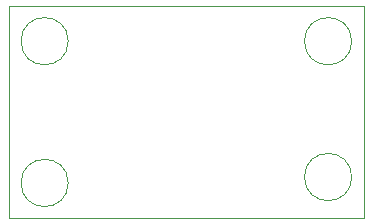
<source format=gbr>
G04 #@! TF.GenerationSoftware,KiCad,Pcbnew,9.0.3*
G04 #@! TF.CreationDate,2025-08-01T10:30:01-07:00*
G04 #@! TF.ProjectId,Joycon Cable Extender,4a6f7963-6f6e-4204-9361-626c65204578,rev?*
G04 #@! TF.SameCoordinates,Original*
G04 #@! TF.FileFunction,Profile,NP*
%FSLAX46Y46*%
G04 Gerber Fmt 4.6, Leading zero omitted, Abs format (unit mm)*
G04 Created by KiCad (PCBNEW 9.0.3) date 2025-08-01 10:30:01*
%MOMM*%
%LPD*%
G01*
G04 APERTURE LIST*
G04 #@! TA.AperFunction,Profile*
%ADD10C,0.050000*%
G04 #@! TD*
G04 APERTURE END LIST*
D10*
X193500000Y-114500000D02*
G75*
G02*
X189500000Y-114500000I-2000000J0D01*
G01*
X189500000Y-114500000D02*
G75*
G02*
X193500000Y-114500000I2000000J0D01*
G01*
X193500000Y-103000000D02*
G75*
G02*
X189500000Y-103000000I-2000000J0D01*
G01*
X189500000Y-103000000D02*
G75*
G02*
X193500000Y-103000000I2000000J0D01*
G01*
X169500000Y-115000000D02*
G75*
G02*
X165500000Y-115000000I-2000000J0D01*
G01*
X165500000Y-115000000D02*
G75*
G02*
X169500000Y-115000000I2000000J0D01*
G01*
X164500000Y-100000000D02*
X194500000Y-100000000D01*
X194500000Y-118000000D01*
X164500000Y-118000000D01*
X164500000Y-100000000D01*
X169500000Y-103000000D02*
G75*
G02*
X165500000Y-103000000I-2000000J0D01*
G01*
X165500000Y-103000000D02*
G75*
G02*
X169500000Y-103000000I2000000J0D01*
G01*
M02*

</source>
